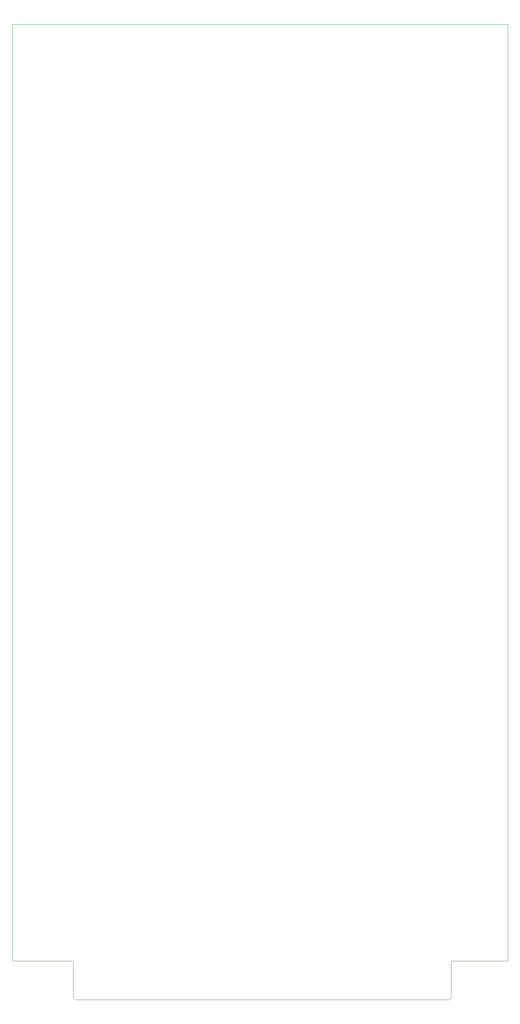
<source format=gbr>
%TF.GenerationSoftware,KiCad,Pcbnew,8.0.2*%
%TF.CreationDate,2024-05-25T21:42:51+02:00*%
%TF.ProjectId,Extender_44pin,45787465-6e64-4657-925f-343470696e2e,rev?*%
%TF.SameCoordinates,Original*%
%TF.FileFunction,Profile,NP*%
%FSLAX46Y46*%
G04 Gerber Fmt 4.6, Leading zero omitted, Abs format (unit mm)*
G04 Created by KiCad (PCBNEW 8.0.2) date 2024-05-25 21:42:51*
%MOMM*%
%LPD*%
G01*
G04 APERTURE LIST*
%TA.AperFunction,Profile*%
%ADD10C,0.050000*%
%TD*%
G04 APERTURE END LIST*
D10*
X88200000Y-266160000D02*
X88200000Y-41220000D01*
X102790000Y-266160000D02*
X88200000Y-266160000D01*
X88200000Y-41220000D02*
X207350000Y-41220000D01*
X207350000Y-266160000D02*
X207350000Y-41220000D01*
X193750000Y-266160000D02*
X207350000Y-266160000D01*
%TO.C,J2*%
X102790000Y-274960000D02*
X102790000Y-266160000D01*
X103290000Y-275460000D02*
X102790000Y-274960000D01*
X105390000Y-275460000D02*
X103290000Y-275460000D01*
X160140000Y-275460000D02*
X105390000Y-275460000D01*
X160160000Y-275460000D02*
X160140000Y-275460000D01*
X160160000Y-275460000D02*
X193350000Y-275460000D01*
X193750000Y-274960000D02*
X193350000Y-275460000D01*
X193750000Y-274960000D02*
X193750000Y-266160000D01*
%TD*%
M02*

</source>
